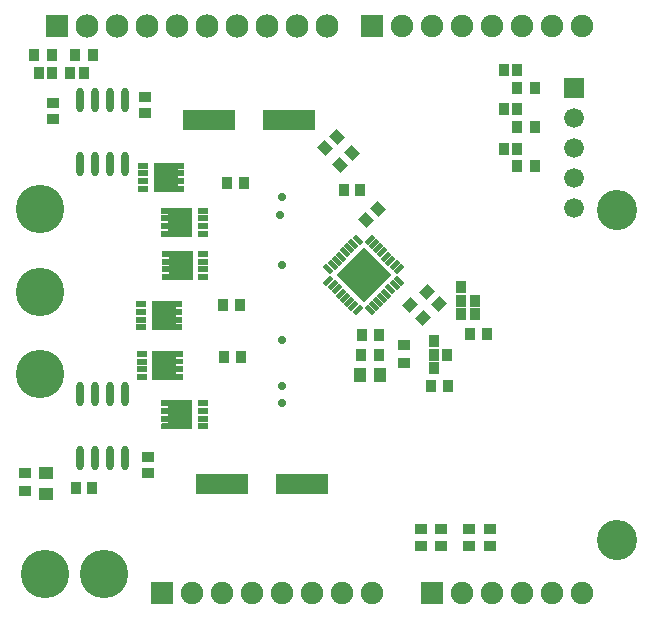
<source format=gts>
G04 Layer: TopSolderMaskLayer*
G04 EasyEDA v6.5.44, 2024-08-23 15:43:18*
G04 30d174a4fb68472d9a5c4a5b8d6f4b16,2865ae9118a24060a17af6d01c9bcc73,10*
G04 Gerber Generator version 0.2*
G04 Scale: 100 percent, Rotated: No, Reflected: No *
G04 Dimensions in millimeters *
G04 leading zeros omitted , absolute positions ,4 integer and 5 decimal *
%FSLAX45Y45*%
%MOMM*%

%AMMACRO1*4,1,8,-0.4243,-0.4828,-0.454,-0.453,-0.454,0.4531,-0.4243,0.4828,0.4243,0.4828,0.454,0.4531,0.454,-0.453,0.4243,-0.4828,-0.4243,-0.4828,0*%
%AMMACRO2*4,1,8,-0.0414,-0.6414,-0.6414,-0.0414,-0.6414,0.0007,-0.0007,0.6414,0.0414,0.6414,0.6414,0.0414,0.6414,-0.0007,0.0007,-0.6414,-0.0414,-0.6414,0*%
%AMMACRO3*4,1,8,-0.4531,-0.454,-0.4828,-0.4243,-0.4828,0.4243,-0.4531,0.454,0.453,0.454,0.4828,0.4243,0.4828,-0.4243,0.453,-0.454,-0.4531,-0.454,0*%
%AMMACRO4*4,1,8,-0.4531,-0.4541,-0.4828,-0.4243,-0.4828,0.4243,-0.4531,0.4541,0.453,0.4541,0.4828,0.4243,0.4828,-0.4243,0.453,-0.4541,-0.4531,-0.4541,0*%
%AMMACRO5*4,1,8,0.0143,-0.6518,-0.6518,0.0143,-0.6518,0.0564,-0.0564,0.6518,-0.0143,0.6518,0.6518,-0.0143,0.6518,-0.0564,0.0564,-0.6518,0.0143,-0.6518,0*%
%AMMACRO6*4,1,8,-2.1711,-0.8508,-2.2008,-0.821,-2.2008,0.8211,-2.1711,0.8508,2.171,0.8508,2.2008,0.8211,2.2008,-0.821,2.171,-0.8508,-2.1711,-0.8508,0*%
%AMMACRO7*4,1,8,-0.3711,-0.2258,-0.4008,-0.196,-0.4008,0.1961,-0.3711,0.2258,0.371,0.2258,0.4008,0.1961,0.4008,-0.196,0.371,-0.2258,-0.3711,-0.2258,0*%
%AMMACRO8*4,1,8,-0.4211,-0.5008,-0.4508,-0.471,-0.4508,0.4711,-0.4211,0.5008,0.421,0.5008,0.4508,0.4711,0.4508,-0.471,0.421,-0.5008,-0.4211,-0.5008,0*%
%AMMACRO9*4,1,8,-0.0564,-0.6518,-0.6518,-0.0564,-0.6518,-0.0143,0.0143,0.6518,0.0564,0.6518,0.6518,0.0564,0.6518,0.0143,-0.0143,-0.6518,-0.0564,-0.6518,0*%
%AMMACRO10*4,1,8,-0.471,-0.5508,-0.5008,-0.521,-0.5008,0.5211,-0.471,0.5508,0.471,0.5508,0.5008,0.5211,0.5008,-0.521,0.471,-0.5508,-0.471,-0.5508,0*%
%AMMACRO11*4,1,8,-0.021,-2.3138,-2.3138,-0.021,-2.3138,0.021,-0.021,2.3138,0.021,2.3138,2.3138,0.021,2.3138,-0.021,0.021,-2.3138,-0.021,-2.3138,0*%
%AMMACRO12*4,1,8,0.1469,-0.4217,-0.4217,0.1469,-0.4217,0.189,-0.189,0.4217,-0.1469,0.4217,0.4217,-0.1469,0.4217,-0.189,0.189,-0.4217,0.1469,-0.4217,0*%
%AMMACRO13*4,1,8,-0.189,-0.4217,-0.4217,-0.189,-0.4217,-0.1469,0.1469,0.4217,0.189,0.4217,0.4217,0.189,0.4217,0.1469,-0.1469,-0.4217,-0.189,-0.4217,0*%
%AMMACRO14*4,1,8,-0.4711,-0.4508,-0.5008,-0.421,-0.5008,0.4211,-0.4711,0.4508,0.471,0.4508,0.5008,0.4211,0.5008,-0.421,0.471,-0.4508,-0.4711,-0.4508,0*%
%AMMACRO15*4,1,8,-0.5211,-0.5008,-0.5508,-0.471,-0.5508,0.471,-0.5211,0.5008,0.521,0.5008,0.5508,0.471,0.5508,-0.471,0.521,-0.5008,-0.5211,-0.5008,0*%
%AMMACRO16*4,1,8,-0.9211,-0.9508,-0.9508,-0.921,-0.9508,0.9211,-0.9211,0.9508,0.921,0.9508,0.9508,0.9211,0.9508,-0.921,0.921,-0.9508,-0.9211,-0.9508,0*%
%AMMACRO17*4,1,8,-0.8085,-0.8382,-0.8382,-0.8084,-0.8382,0.8085,-0.8085,0.8382,0.8084,0.8382,0.8382,0.8085,0.8382,-0.8084,0.8084,-0.8382,-0.8085,-0.8382,0*%
%ADD10MACRO1*%
%ADD11MACRO2*%
%ADD12MACRO3*%
%ADD13MACRO4*%
%ADD14MACRO5*%
%ADD15MACRO6*%
%ADD16MACRO7*%
%ADD17MACRO8*%
%ADD18C,4.1016*%
%ADD19MACRO9*%
%ADD20MACRO10*%
%ADD21MACRO11*%
%ADD22MACRO12*%
%ADD23MACRO13*%
%ADD24O,0.6700012X2.051812*%
%ADD25MACRO14*%
%ADD26MACRO15*%
%ADD27C,0.6100*%
%ADD28MACRO16*%
%ADD29C,1.9016*%
%ADD30C,1.9620*%
%ADD31C,1.6764*%
%ADD32MACRO17*%
%ADD33C,3.4032*%
%ADD34C,0.7016*%
%ADD35C,0.0127*%

%LPD*%
D10*
G01*
X-2568832Y1222105D03*
G01*
X-2454532Y1222105D03*
G01*
X-2187855Y1222105D03*
G01*
X-2302155Y1222105D03*
G01*
X1368167Y1247505D03*
G01*
X1368167Y917305D03*
G01*
X1368167Y574405D03*
G01*
X1482467Y1247505D03*
G01*
X1482467Y917305D03*
G01*
X1482467Y574405D03*
G01*
X1009539Y-825621D03*
G01*
X1123829Y-825606D03*
G01*
X1123829Y-711306D03*
G01*
X1009529Y-711306D03*
G01*
X1009529Y-597006D03*
G01*
X774680Y-1168379D03*
G01*
X888996Y-1168389D03*
G01*
X774696Y-1054089D03*
G01*
X774696Y-1276339D03*
D11*
G01*
X575386Y-746836D03*
G01*
X681911Y-853361D03*
D12*
G01*
X669655Y-2639569D03*
G01*
X669655Y-2790219D03*
G01*
X834755Y-2790219D03*
G01*
X834755Y-2639569D03*
G01*
X1253855Y-2790219D03*
G01*
X1253855Y-2639569D03*
G01*
X1076055Y-2790219D03*
G01*
X1076055Y-2639569D03*
D10*
G01*
X316736Y-1003188D03*
G01*
X166086Y-1003188D03*
G01*
X310386Y-1168288D03*
G01*
X159736Y-1168288D03*
G01*
X1231024Y-990600D03*
G01*
X1080375Y-990600D03*
G01*
X750276Y-1428623D03*
G01*
X900926Y-1428623D03*
D13*
G01*
X520700Y-1237373D03*
G01*
X520700Y-1086726D03*
D14*
G01*
X-144748Y579154D03*
G01*
X-45754Y678148D03*
D15*
G01*
X-342150Y-2260600D03*
G01*
X-1016749Y-2260600D03*
G01*
X-450100Y819150D03*
G01*
X-1124699Y819150D03*
G36*
X-1525935Y-167068D02*
G01*
X-1526433Y-167043D01*
X-1526926Y-166971D01*
X-1527411Y-166850D01*
X-1527878Y-166682D01*
X-1528330Y-166469D01*
X-1528757Y-166212D01*
X-1529158Y-165915D01*
X-1529527Y-165580D01*
X-1529862Y-165211D01*
X-1530159Y-164810D01*
X-1530416Y-164383D01*
X-1530629Y-163931D01*
X-1530797Y-163464D01*
X-1530918Y-162979D01*
X-1530990Y-162486D01*
X-1531015Y-161988D01*
X-1531015Y-121909D01*
X-1530990Y-121412D01*
X-1530918Y-120919D01*
X-1530797Y-120434D01*
X-1530629Y-119966D01*
X-1530416Y-119514D01*
X-1530159Y-119087D01*
X-1529862Y-118686D01*
X-1529527Y-118318D01*
X-1529158Y-117982D01*
X-1528757Y-117685D01*
X-1528330Y-117429D01*
X-1527878Y-117215D01*
X-1527411Y-117048D01*
X-1526926Y-116926D01*
X-1526433Y-116855D01*
X-1525935Y-116829D01*
X-1473987Y-116829D01*
X-1473987Y-102097D01*
X-1525935Y-102097D01*
X-1526433Y-102072D01*
X-1526926Y-102001D01*
X-1527411Y-101879D01*
X-1527878Y-101711D01*
X-1528330Y-101498D01*
X-1528757Y-101241D01*
X-1529158Y-100944D01*
X-1529527Y-100609D01*
X-1529862Y-100241D01*
X-1530159Y-99839D01*
X-1530416Y-99413D01*
X-1530629Y-98960D01*
X-1530797Y-98493D01*
X-1530918Y-98008D01*
X-1530990Y-97515D01*
X-1531015Y-97017D01*
X-1531015Y-56885D01*
X-1530990Y-56388D01*
X-1530918Y-55895D01*
X-1530797Y-55410D01*
X-1530629Y-54942D01*
X-1530416Y-54490D01*
X-1530159Y-54063D01*
X-1529862Y-53662D01*
X-1529527Y-53294D01*
X-1529158Y-52959D01*
X-1528757Y-52661D01*
X-1528330Y-52405D01*
X-1527878Y-52191D01*
X-1527411Y-52024D01*
X-1526926Y-51902D01*
X-1526433Y-51831D01*
X-1525935Y-51805D01*
X-1473987Y-51805D01*
X-1473987Y-36956D01*
X-1525935Y-36956D01*
X-1526433Y-36931D01*
X-1526926Y-36860D01*
X-1527411Y-36738D01*
X-1527878Y-36570D01*
X-1528330Y-36357D01*
X-1528757Y-36101D01*
X-1529158Y-35803D01*
X-1529527Y-35468D01*
X-1529862Y-35100D01*
X-1530159Y-34698D01*
X-1530416Y-34272D01*
X-1530629Y-33820D01*
X-1530797Y-33352D01*
X-1530918Y-32867D01*
X-1530990Y-32374D01*
X-1531015Y-31877D01*
X-1531015Y8138D01*
X-1530990Y8636D01*
X-1530918Y9128D01*
X-1530797Y9613D01*
X-1530629Y10081D01*
X-1530416Y10533D01*
X-1530159Y10960D01*
X-1529862Y11361D01*
X-1529527Y11729D01*
X-1529158Y12064D01*
X-1528757Y12362D01*
X-1528330Y12618D01*
X-1527878Y12832D01*
X-1527411Y12999D01*
X-1526926Y13121D01*
X-1526433Y13192D01*
X-1525935Y13218D01*
X-1473987Y13218D01*
X-1473987Y27950D01*
X-1525935Y27950D01*
X-1526433Y27975D01*
X-1526926Y28046D01*
X-1527411Y28168D01*
X-1527878Y28336D01*
X-1528330Y28549D01*
X-1528757Y28806D01*
X-1529158Y29103D01*
X-1529527Y29438D01*
X-1529862Y29806D01*
X-1530159Y30208D01*
X-1530416Y30634D01*
X-1530629Y31087D01*
X-1530797Y31554D01*
X-1530918Y32039D01*
X-1530990Y32532D01*
X-1531015Y33030D01*
X-1531015Y73210D01*
X-1530990Y73708D01*
X-1530918Y74201D01*
X-1530797Y74686D01*
X-1530629Y75153D01*
X-1530416Y75605D01*
X-1530159Y76032D01*
X-1529862Y76433D01*
X-1529527Y76801D01*
X-1529158Y77137D01*
X-1528757Y77434D01*
X-1528330Y77690D01*
X-1527878Y77904D01*
X-1527411Y78071D01*
X-1526926Y78193D01*
X-1526433Y78265D01*
X-1525935Y78290D01*
X-1276121Y78290D01*
X-1275623Y78265D01*
X-1275130Y78193D01*
X-1274645Y78071D01*
X-1274178Y77904D01*
X-1273726Y77690D01*
X-1273299Y77434D01*
X-1272898Y77137D01*
X-1272529Y76801D01*
X-1272194Y76433D01*
X-1271897Y76032D01*
X-1271640Y75605D01*
X-1271427Y75153D01*
X-1271259Y74686D01*
X-1271137Y74201D01*
X-1271066Y73708D01*
X-1271041Y73210D01*
X-1271041Y-161988D01*
X-1271066Y-162486D01*
X-1271137Y-162979D01*
X-1271259Y-163464D01*
X-1271427Y-163931D01*
X-1271640Y-164383D01*
X-1271897Y-164810D01*
X-1272194Y-165211D01*
X-1272529Y-165580D01*
X-1272898Y-165915D01*
X-1273299Y-166212D01*
X-1273726Y-166469D01*
X-1274178Y-166682D01*
X-1274645Y-166850D01*
X-1275130Y-166971D01*
X-1275623Y-167043D01*
X-1276121Y-167068D01*
G37*
D16*
G01*
X-1180939Y-141886D03*
G01*
X-1180939Y-76888D03*
G01*
X-1180939Y-11889D03*
G01*
X-1180939Y53108D03*
G36*
X-1589237Y213931D02*
G01*
X-1589735Y213956D01*
X-1590227Y214028D01*
X-1590713Y214149D01*
X-1591180Y214317D01*
X-1591632Y214530D01*
X-1592059Y214787D01*
X-1592460Y215084D01*
X-1592828Y215419D01*
X-1593164Y215788D01*
X-1593461Y216189D01*
X-1593717Y216616D01*
X-1593931Y217068D01*
X-1594098Y217535D01*
X-1594220Y218020D01*
X-1594291Y218513D01*
X-1594317Y219011D01*
X-1594317Y454210D01*
X-1594291Y454708D01*
X-1594220Y455201D01*
X-1594098Y455686D01*
X-1593931Y456153D01*
X-1593717Y456605D01*
X-1593461Y457032D01*
X-1593164Y457433D01*
X-1592828Y457801D01*
X-1592460Y458137D01*
X-1592059Y458434D01*
X-1591632Y458690D01*
X-1591180Y458904D01*
X-1590713Y459071D01*
X-1590227Y459193D01*
X-1589735Y459265D01*
X-1589237Y459290D01*
X-1339423Y459290D01*
X-1338925Y459265D01*
X-1338432Y459193D01*
X-1337947Y459071D01*
X-1337480Y458904D01*
X-1337028Y458690D01*
X-1336601Y458434D01*
X-1336200Y458137D01*
X-1335831Y457801D01*
X-1335496Y457433D01*
X-1335199Y457032D01*
X-1334942Y456605D01*
X-1334729Y456153D01*
X-1334561Y455686D01*
X-1334439Y455201D01*
X-1334368Y454708D01*
X-1334343Y454210D01*
X-1334343Y414131D01*
X-1334368Y413633D01*
X-1334439Y413141D01*
X-1334561Y412656D01*
X-1334729Y412188D01*
X-1334942Y411736D01*
X-1335199Y411309D01*
X-1335496Y410908D01*
X-1335831Y410540D01*
X-1336200Y410204D01*
X-1336601Y409907D01*
X-1337028Y409651D01*
X-1337480Y409437D01*
X-1337947Y409270D01*
X-1338432Y409148D01*
X-1338925Y409077D01*
X-1339423Y409051D01*
X-1391371Y409051D01*
X-1391371Y394319D01*
X-1339423Y394319D01*
X-1338925Y394294D01*
X-1338432Y394223D01*
X-1337947Y394101D01*
X-1337480Y393933D01*
X-1337028Y393720D01*
X-1336601Y393463D01*
X-1336200Y393166D01*
X-1335831Y392831D01*
X-1335496Y392463D01*
X-1335199Y392061D01*
X-1334942Y391634D01*
X-1334729Y391182D01*
X-1334561Y390715D01*
X-1334439Y390230D01*
X-1334368Y389737D01*
X-1334343Y389239D01*
X-1334343Y349107D01*
X-1334368Y348609D01*
X-1334439Y348117D01*
X-1334561Y347632D01*
X-1334729Y347164D01*
X-1334942Y346712D01*
X-1335199Y346285D01*
X-1335496Y345884D01*
X-1335831Y345516D01*
X-1336200Y345180D01*
X-1336601Y344883D01*
X-1337028Y344627D01*
X-1337480Y344413D01*
X-1337947Y344246D01*
X-1338432Y344124D01*
X-1338925Y344053D01*
X-1339423Y344027D01*
X-1391371Y344027D01*
X-1391371Y329178D01*
X-1339423Y329178D01*
X-1338925Y329153D01*
X-1338432Y329082D01*
X-1337947Y328960D01*
X-1337480Y328792D01*
X-1337028Y328579D01*
X-1336601Y328322D01*
X-1336200Y328025D01*
X-1335831Y327690D01*
X-1335496Y327322D01*
X-1335199Y326920D01*
X-1334942Y326494D01*
X-1334729Y326042D01*
X-1334561Y325574D01*
X-1334439Y325089D01*
X-1334368Y324596D01*
X-1334343Y324098D01*
X-1334343Y284083D01*
X-1334368Y283585D01*
X-1334439Y283093D01*
X-1334561Y282608D01*
X-1334729Y282140D01*
X-1334942Y281688D01*
X-1335199Y281261D01*
X-1335496Y280860D01*
X-1335831Y280492D01*
X-1336200Y280156D01*
X-1336601Y279859D01*
X-1337028Y279603D01*
X-1337480Y279389D01*
X-1337947Y279222D01*
X-1338432Y279100D01*
X-1338925Y279029D01*
X-1339423Y279003D01*
X-1391371Y279003D01*
X-1391371Y264271D01*
X-1339423Y264271D01*
X-1338925Y264246D01*
X-1338432Y264175D01*
X-1337947Y264053D01*
X-1337480Y263885D01*
X-1337028Y263672D01*
X-1336601Y263415D01*
X-1336200Y263118D01*
X-1335831Y262783D01*
X-1335496Y262415D01*
X-1335199Y262013D01*
X-1334942Y261586D01*
X-1334729Y261134D01*
X-1334561Y260667D01*
X-1334439Y260182D01*
X-1334368Y259689D01*
X-1334343Y259191D01*
X-1334343Y219011D01*
X-1334368Y218513D01*
X-1334439Y218020D01*
X-1334561Y217535D01*
X-1334729Y217068D01*
X-1334942Y216616D01*
X-1335199Y216189D01*
X-1335496Y215788D01*
X-1335831Y215419D01*
X-1336200Y215084D01*
X-1336601Y214787D01*
X-1337028Y214530D01*
X-1337480Y214317D01*
X-1337947Y214149D01*
X-1338432Y214028D01*
X-1338925Y213956D01*
X-1339423Y213931D01*
G37*
G01*
X-1684418Y434108D03*
G01*
X-1684418Y369110D03*
G01*
X-1684418Y304111D03*
G01*
X-1684418Y239113D03*
G36*
X-1606897Y-960879D02*
G01*
X-1607395Y-960854D01*
X-1607888Y-960782D01*
X-1608373Y-960661D01*
X-1608841Y-960493D01*
X-1609293Y-960280D01*
X-1609719Y-960023D01*
X-1610121Y-959726D01*
X-1610489Y-959391D01*
X-1610824Y-959022D01*
X-1611121Y-958621D01*
X-1611378Y-958194D01*
X-1611591Y-957742D01*
X-1611759Y-957275D01*
X-1611881Y-956790D01*
X-1611952Y-956297D01*
X-1611977Y-955799D01*
X-1611977Y-720600D01*
X-1611952Y-720102D01*
X-1611881Y-719609D01*
X-1611759Y-719124D01*
X-1611591Y-718657D01*
X-1611378Y-718205D01*
X-1611121Y-717778D01*
X-1610824Y-717377D01*
X-1610489Y-717008D01*
X-1610121Y-716673D01*
X-1609719Y-716376D01*
X-1609293Y-716119D01*
X-1608841Y-715906D01*
X-1608373Y-715738D01*
X-1607888Y-715617D01*
X-1607395Y-715545D01*
X-1606897Y-715520D01*
X-1357083Y-715520D01*
X-1356586Y-715545D01*
X-1356093Y-715617D01*
X-1355608Y-715738D01*
X-1355140Y-715906D01*
X-1354688Y-716119D01*
X-1354261Y-716376D01*
X-1353860Y-716673D01*
X-1353492Y-717008D01*
X-1353157Y-717377D01*
X-1352859Y-717778D01*
X-1352603Y-718205D01*
X-1352389Y-718657D01*
X-1352222Y-719124D01*
X-1352100Y-719609D01*
X-1352029Y-720102D01*
X-1352003Y-720600D01*
X-1352003Y-760679D01*
X-1352029Y-761177D01*
X-1352100Y-761669D01*
X-1352222Y-762154D01*
X-1352389Y-762622D01*
X-1352603Y-763074D01*
X-1352859Y-763501D01*
X-1353157Y-763902D01*
X-1353492Y-764270D01*
X-1353860Y-764606D01*
X-1354261Y-764903D01*
X-1354688Y-765159D01*
X-1355140Y-765373D01*
X-1355608Y-765540D01*
X-1356093Y-765662D01*
X-1356586Y-765733D01*
X-1357083Y-765759D01*
X-1409031Y-765759D01*
X-1409031Y-780491D01*
X-1357083Y-780491D01*
X-1356586Y-780516D01*
X-1356093Y-780587D01*
X-1355608Y-780709D01*
X-1355140Y-780877D01*
X-1354688Y-781090D01*
X-1354261Y-781347D01*
X-1353860Y-781644D01*
X-1353492Y-781979D01*
X-1353157Y-782347D01*
X-1352859Y-782749D01*
X-1352603Y-783175D01*
X-1352389Y-783628D01*
X-1352222Y-784095D01*
X-1352100Y-784580D01*
X-1352029Y-785073D01*
X-1352003Y-785571D01*
X-1352003Y-825703D01*
X-1352029Y-826201D01*
X-1352100Y-826693D01*
X-1352222Y-827178D01*
X-1352389Y-827646D01*
X-1352603Y-828098D01*
X-1352859Y-828525D01*
X-1353157Y-828926D01*
X-1353492Y-829294D01*
X-1353860Y-829630D01*
X-1354261Y-829927D01*
X-1354688Y-830183D01*
X-1355140Y-830397D01*
X-1355608Y-830564D01*
X-1356093Y-830686D01*
X-1356586Y-830757D01*
X-1357083Y-830783D01*
X-1409031Y-830783D01*
X-1409031Y-845632D01*
X-1357083Y-845632D01*
X-1356586Y-845657D01*
X-1356093Y-845728D01*
X-1355608Y-845850D01*
X-1355140Y-846018D01*
X-1354688Y-846231D01*
X-1354261Y-846488D01*
X-1353860Y-846785D01*
X-1353492Y-847120D01*
X-1353157Y-847488D01*
X-1352859Y-847890D01*
X-1352603Y-848316D01*
X-1352389Y-848768D01*
X-1352222Y-849236D01*
X-1352100Y-849721D01*
X-1352029Y-850214D01*
X-1352003Y-850712D01*
X-1352003Y-890727D01*
X-1352029Y-891225D01*
X-1352100Y-891717D01*
X-1352222Y-892202D01*
X-1352389Y-892670D01*
X-1352603Y-893122D01*
X-1352859Y-893549D01*
X-1353157Y-893950D01*
X-1353492Y-894318D01*
X-1353860Y-894654D01*
X-1354261Y-894951D01*
X-1354688Y-895207D01*
X-1355140Y-895421D01*
X-1355608Y-895588D01*
X-1356093Y-895710D01*
X-1356586Y-895781D01*
X-1357083Y-895807D01*
X-1409031Y-895807D01*
X-1409031Y-910539D01*
X-1357083Y-910539D01*
X-1356586Y-910564D01*
X-1356093Y-910635D01*
X-1355608Y-910757D01*
X-1355140Y-910925D01*
X-1354688Y-911138D01*
X-1354261Y-911395D01*
X-1353860Y-911692D01*
X-1353492Y-912027D01*
X-1353157Y-912395D01*
X-1352859Y-912797D01*
X-1352603Y-913223D01*
X-1352389Y-913676D01*
X-1352222Y-914143D01*
X-1352100Y-914628D01*
X-1352029Y-915121D01*
X-1352003Y-915619D01*
X-1352003Y-955799D01*
X-1352029Y-956297D01*
X-1352100Y-956790D01*
X-1352222Y-957275D01*
X-1352389Y-957742D01*
X-1352603Y-958194D01*
X-1352859Y-958621D01*
X-1353157Y-959022D01*
X-1353492Y-959391D01*
X-1353860Y-959726D01*
X-1354261Y-960023D01*
X-1354688Y-960280D01*
X-1355140Y-960493D01*
X-1355608Y-960661D01*
X-1356093Y-960782D01*
X-1356586Y-960854D01*
X-1357083Y-960879D01*
G37*
G01*
X-1702079Y-740702D03*
G01*
X-1702079Y-805700D03*
G01*
X-1702079Y-870699D03*
G01*
X-1702079Y-935697D03*
G36*
X-1519466Y-535429D02*
G01*
X-1519963Y-535404D01*
X-1520456Y-535332D01*
X-1520941Y-535211D01*
X-1521409Y-535043D01*
X-1521861Y-534830D01*
X-1522288Y-534573D01*
X-1522689Y-534276D01*
X-1523057Y-533941D01*
X-1523392Y-533572D01*
X-1523690Y-533171D01*
X-1523946Y-532744D01*
X-1524160Y-532292D01*
X-1524327Y-531825D01*
X-1524449Y-531340D01*
X-1524520Y-530847D01*
X-1524546Y-530349D01*
X-1524546Y-490270D01*
X-1524520Y-489772D01*
X-1524449Y-489280D01*
X-1524327Y-488795D01*
X-1524160Y-488327D01*
X-1523946Y-487875D01*
X-1523690Y-487448D01*
X-1523392Y-487047D01*
X-1523057Y-486679D01*
X-1522689Y-486343D01*
X-1522288Y-486046D01*
X-1521861Y-485790D01*
X-1521409Y-485576D01*
X-1520941Y-485409D01*
X-1520456Y-485287D01*
X-1519963Y-485216D01*
X-1519466Y-485190D01*
X-1467518Y-485190D01*
X-1467518Y-470458D01*
X-1519466Y-470458D01*
X-1519963Y-470433D01*
X-1520456Y-470362D01*
X-1520941Y-470240D01*
X-1521409Y-470072D01*
X-1521861Y-469859D01*
X-1522288Y-469602D01*
X-1522689Y-469305D01*
X-1523057Y-468970D01*
X-1523392Y-468602D01*
X-1523690Y-468200D01*
X-1523946Y-467774D01*
X-1524160Y-467321D01*
X-1524327Y-466854D01*
X-1524449Y-466369D01*
X-1524520Y-465876D01*
X-1524546Y-465378D01*
X-1524546Y-425246D01*
X-1524520Y-424748D01*
X-1524449Y-424256D01*
X-1524327Y-423771D01*
X-1524160Y-423303D01*
X-1523946Y-422851D01*
X-1523690Y-422424D01*
X-1523392Y-422023D01*
X-1523057Y-421655D01*
X-1522689Y-421319D01*
X-1522288Y-421022D01*
X-1521861Y-420766D01*
X-1521409Y-420552D01*
X-1520941Y-420385D01*
X-1520456Y-420263D01*
X-1519963Y-420192D01*
X-1519466Y-420166D01*
X-1467518Y-420166D01*
X-1467518Y-405317D01*
X-1519466Y-405317D01*
X-1519963Y-405292D01*
X-1520456Y-405221D01*
X-1520941Y-405099D01*
X-1521409Y-404931D01*
X-1521861Y-404718D01*
X-1522288Y-404461D01*
X-1522689Y-404164D01*
X-1523057Y-403829D01*
X-1523392Y-403461D01*
X-1523690Y-403059D01*
X-1523946Y-402633D01*
X-1524160Y-402181D01*
X-1524327Y-401713D01*
X-1524449Y-401228D01*
X-1524520Y-400735D01*
X-1524546Y-400237D01*
X-1524546Y-360222D01*
X-1524520Y-359724D01*
X-1524449Y-359232D01*
X-1524327Y-358747D01*
X-1524160Y-358279D01*
X-1523946Y-357827D01*
X-1523690Y-357400D01*
X-1523392Y-356999D01*
X-1523057Y-356631D01*
X-1522689Y-356295D01*
X-1522288Y-355998D01*
X-1521861Y-355742D01*
X-1521409Y-355528D01*
X-1520941Y-355361D01*
X-1520456Y-355239D01*
X-1519963Y-355168D01*
X-1519466Y-355142D01*
X-1467518Y-355142D01*
X-1467518Y-340410D01*
X-1519466Y-340410D01*
X-1519963Y-340385D01*
X-1520456Y-340314D01*
X-1520941Y-340192D01*
X-1521409Y-340024D01*
X-1521861Y-339811D01*
X-1522288Y-339554D01*
X-1522689Y-339257D01*
X-1523057Y-338922D01*
X-1523392Y-338554D01*
X-1523690Y-338152D01*
X-1523946Y-337726D01*
X-1524160Y-337273D01*
X-1524327Y-336806D01*
X-1524449Y-336321D01*
X-1524520Y-335828D01*
X-1524546Y-335330D01*
X-1524546Y-295150D01*
X-1524520Y-294652D01*
X-1524449Y-294159D01*
X-1524327Y-293674D01*
X-1524160Y-293207D01*
X-1523946Y-292755D01*
X-1523690Y-292328D01*
X-1523392Y-291927D01*
X-1523057Y-291558D01*
X-1522689Y-291223D01*
X-1522288Y-290926D01*
X-1521861Y-290669D01*
X-1521409Y-290456D01*
X-1520941Y-290288D01*
X-1520456Y-290167D01*
X-1519963Y-290095D01*
X-1519466Y-290070D01*
X-1269652Y-290070D01*
X-1269154Y-290095D01*
X-1268661Y-290167D01*
X-1268176Y-290288D01*
X-1267708Y-290456D01*
X-1267256Y-290669D01*
X-1266830Y-290926D01*
X-1266428Y-291223D01*
X-1266060Y-291558D01*
X-1265725Y-291927D01*
X-1265427Y-292328D01*
X-1265171Y-292755D01*
X-1264958Y-293207D01*
X-1264790Y-293674D01*
X-1264668Y-294159D01*
X-1264597Y-294652D01*
X-1264572Y-295150D01*
X-1264572Y-530349D01*
X-1264597Y-530847D01*
X-1264668Y-531340D01*
X-1264790Y-531825D01*
X-1264958Y-532292D01*
X-1265171Y-532744D01*
X-1265427Y-533171D01*
X-1265725Y-533572D01*
X-1266060Y-533941D01*
X-1266428Y-534276D01*
X-1266830Y-534573D01*
X-1267256Y-534830D01*
X-1267708Y-535043D01*
X-1268176Y-535211D01*
X-1268661Y-535332D01*
X-1269154Y-535404D01*
X-1269652Y-535429D01*
G37*
G01*
X-1174470Y-510247D03*
G01*
X-1174470Y-445249D03*
G01*
X-1174470Y-380250D03*
G01*
X-1174470Y-315252D03*
G36*
X-1600547Y-1379979D02*
G01*
X-1601045Y-1379954D01*
X-1601538Y-1379882D01*
X-1602023Y-1379761D01*
X-1602491Y-1379593D01*
X-1602943Y-1379380D01*
X-1603369Y-1379123D01*
X-1603771Y-1378826D01*
X-1604139Y-1378491D01*
X-1604474Y-1378122D01*
X-1604771Y-1377721D01*
X-1605028Y-1377294D01*
X-1605241Y-1376842D01*
X-1605409Y-1376375D01*
X-1605531Y-1375890D01*
X-1605602Y-1375397D01*
X-1605627Y-1374899D01*
X-1605627Y-1139700D01*
X-1605602Y-1139202D01*
X-1605531Y-1138709D01*
X-1605409Y-1138224D01*
X-1605241Y-1137757D01*
X-1605028Y-1137305D01*
X-1604771Y-1136878D01*
X-1604474Y-1136477D01*
X-1604139Y-1136108D01*
X-1603771Y-1135773D01*
X-1603369Y-1135476D01*
X-1602943Y-1135219D01*
X-1602491Y-1135006D01*
X-1602023Y-1134838D01*
X-1601538Y-1134717D01*
X-1601045Y-1134645D01*
X-1600547Y-1134620D01*
X-1350733Y-1134620D01*
X-1350236Y-1134645D01*
X-1349743Y-1134717D01*
X-1349258Y-1134838D01*
X-1348790Y-1135006D01*
X-1348338Y-1135219D01*
X-1347911Y-1135476D01*
X-1347510Y-1135773D01*
X-1347142Y-1136108D01*
X-1346807Y-1136477D01*
X-1346509Y-1136878D01*
X-1346253Y-1137305D01*
X-1346039Y-1137757D01*
X-1345872Y-1138224D01*
X-1345750Y-1138709D01*
X-1345679Y-1139202D01*
X-1345653Y-1139700D01*
X-1345653Y-1179779D01*
X-1345679Y-1180277D01*
X-1345750Y-1180769D01*
X-1345872Y-1181254D01*
X-1346039Y-1181722D01*
X-1346253Y-1182174D01*
X-1346509Y-1182601D01*
X-1346807Y-1183002D01*
X-1347142Y-1183370D01*
X-1347510Y-1183706D01*
X-1347911Y-1184003D01*
X-1348338Y-1184259D01*
X-1348790Y-1184473D01*
X-1349258Y-1184640D01*
X-1349743Y-1184762D01*
X-1350236Y-1184833D01*
X-1350733Y-1184859D01*
X-1402681Y-1184859D01*
X-1402681Y-1199591D01*
X-1350733Y-1199591D01*
X-1350236Y-1199616D01*
X-1349743Y-1199687D01*
X-1349258Y-1199809D01*
X-1348790Y-1199977D01*
X-1348338Y-1200190D01*
X-1347911Y-1200447D01*
X-1347510Y-1200744D01*
X-1347142Y-1201079D01*
X-1346807Y-1201447D01*
X-1346509Y-1201849D01*
X-1346253Y-1202275D01*
X-1346039Y-1202728D01*
X-1345872Y-1203195D01*
X-1345750Y-1203680D01*
X-1345679Y-1204173D01*
X-1345653Y-1204671D01*
X-1345653Y-1244803D01*
X-1345679Y-1245301D01*
X-1345750Y-1245793D01*
X-1345872Y-1246278D01*
X-1346039Y-1246746D01*
X-1346253Y-1247198D01*
X-1346509Y-1247625D01*
X-1346807Y-1248026D01*
X-1347142Y-1248394D01*
X-1347510Y-1248730D01*
X-1347911Y-1249027D01*
X-1348338Y-1249283D01*
X-1348790Y-1249497D01*
X-1349258Y-1249664D01*
X-1349743Y-1249786D01*
X-1350236Y-1249857D01*
X-1350733Y-1249883D01*
X-1402681Y-1249883D01*
X-1402681Y-1264732D01*
X-1350733Y-1264732D01*
X-1350236Y-1264757D01*
X-1349743Y-1264828D01*
X-1349258Y-1264950D01*
X-1348790Y-1265118D01*
X-1348338Y-1265331D01*
X-1347911Y-1265588D01*
X-1347510Y-1265885D01*
X-1347142Y-1266220D01*
X-1346807Y-1266588D01*
X-1346509Y-1266990D01*
X-1346253Y-1267416D01*
X-1346039Y-1267868D01*
X-1345872Y-1268336D01*
X-1345750Y-1268821D01*
X-1345679Y-1269314D01*
X-1345653Y-1269812D01*
X-1345653Y-1309827D01*
X-1345679Y-1310325D01*
X-1345750Y-1310817D01*
X-1345872Y-1311302D01*
X-1346039Y-1311770D01*
X-1346253Y-1312222D01*
X-1346509Y-1312649D01*
X-1346807Y-1313050D01*
X-1347142Y-1313418D01*
X-1347510Y-1313754D01*
X-1347911Y-1314051D01*
X-1348338Y-1314307D01*
X-1348790Y-1314521D01*
X-1349258Y-1314688D01*
X-1349743Y-1314810D01*
X-1350236Y-1314881D01*
X-1350733Y-1314907D01*
X-1402681Y-1314907D01*
X-1402681Y-1329639D01*
X-1350733Y-1329639D01*
X-1350236Y-1329664D01*
X-1349743Y-1329735D01*
X-1349258Y-1329857D01*
X-1348790Y-1330025D01*
X-1348338Y-1330238D01*
X-1347911Y-1330495D01*
X-1347510Y-1330792D01*
X-1347142Y-1331127D01*
X-1346807Y-1331495D01*
X-1346509Y-1331897D01*
X-1346253Y-1332323D01*
X-1346039Y-1332776D01*
X-1345872Y-1333243D01*
X-1345750Y-1333728D01*
X-1345679Y-1334221D01*
X-1345653Y-1334719D01*
X-1345653Y-1374899D01*
X-1345679Y-1375397D01*
X-1345750Y-1375890D01*
X-1345872Y-1376375D01*
X-1346039Y-1376842D01*
X-1346253Y-1377294D01*
X-1346509Y-1377721D01*
X-1346807Y-1378122D01*
X-1347142Y-1378491D01*
X-1347510Y-1378826D01*
X-1347911Y-1379123D01*
X-1348338Y-1379380D01*
X-1348790Y-1379593D01*
X-1349258Y-1379761D01*
X-1349743Y-1379882D01*
X-1350236Y-1379954D01*
X-1350733Y-1379979D01*
G37*
G01*
X-1695729Y-1159802D03*
G01*
X-1695729Y-1224800D03*
G01*
X-1695729Y-1289799D03*
G01*
X-1695729Y-1354797D03*
G36*
X-1525816Y-1799079D02*
G01*
X-1526313Y-1799054D01*
X-1526806Y-1798982D01*
X-1527291Y-1798861D01*
X-1527759Y-1798693D01*
X-1528211Y-1798480D01*
X-1528638Y-1798223D01*
X-1529039Y-1797926D01*
X-1529407Y-1797591D01*
X-1529742Y-1797222D01*
X-1530040Y-1796821D01*
X-1530296Y-1796394D01*
X-1530510Y-1795942D01*
X-1530677Y-1795475D01*
X-1530799Y-1794990D01*
X-1530870Y-1794497D01*
X-1530896Y-1793999D01*
X-1530896Y-1753920D01*
X-1530870Y-1753422D01*
X-1530799Y-1752930D01*
X-1530677Y-1752445D01*
X-1530510Y-1751977D01*
X-1530296Y-1751525D01*
X-1530040Y-1751098D01*
X-1529742Y-1750697D01*
X-1529407Y-1750329D01*
X-1529039Y-1749993D01*
X-1528638Y-1749696D01*
X-1528211Y-1749440D01*
X-1527759Y-1749226D01*
X-1527291Y-1749059D01*
X-1526806Y-1748937D01*
X-1526313Y-1748866D01*
X-1525816Y-1748840D01*
X-1473868Y-1748840D01*
X-1473868Y-1734108D01*
X-1525816Y-1734108D01*
X-1526313Y-1734083D01*
X-1526806Y-1734012D01*
X-1527291Y-1733890D01*
X-1527759Y-1733722D01*
X-1528211Y-1733509D01*
X-1528638Y-1733252D01*
X-1529039Y-1732955D01*
X-1529407Y-1732620D01*
X-1529742Y-1732252D01*
X-1530040Y-1731850D01*
X-1530296Y-1731424D01*
X-1530510Y-1730971D01*
X-1530677Y-1730504D01*
X-1530799Y-1730019D01*
X-1530870Y-1729526D01*
X-1530896Y-1729028D01*
X-1530896Y-1688896D01*
X-1530870Y-1688398D01*
X-1530799Y-1687906D01*
X-1530677Y-1687421D01*
X-1530510Y-1686953D01*
X-1530296Y-1686501D01*
X-1530040Y-1686074D01*
X-1529742Y-1685673D01*
X-1529407Y-1685305D01*
X-1529039Y-1684969D01*
X-1528638Y-1684672D01*
X-1528211Y-1684416D01*
X-1527759Y-1684202D01*
X-1527291Y-1684035D01*
X-1526806Y-1683913D01*
X-1526313Y-1683842D01*
X-1525816Y-1683816D01*
X-1473868Y-1683816D01*
X-1473868Y-1668967D01*
X-1525816Y-1668967D01*
X-1526313Y-1668942D01*
X-1526806Y-1668871D01*
X-1527291Y-1668749D01*
X-1527759Y-1668581D01*
X-1528211Y-1668368D01*
X-1528638Y-1668111D01*
X-1529039Y-1667814D01*
X-1529407Y-1667479D01*
X-1529742Y-1667111D01*
X-1530040Y-1666709D01*
X-1530296Y-1666283D01*
X-1530510Y-1665831D01*
X-1530677Y-1665363D01*
X-1530799Y-1664878D01*
X-1530870Y-1664385D01*
X-1530896Y-1663887D01*
X-1530896Y-1623872D01*
X-1530870Y-1623374D01*
X-1530799Y-1622882D01*
X-1530677Y-1622397D01*
X-1530510Y-1621929D01*
X-1530296Y-1621477D01*
X-1530040Y-1621050D01*
X-1529742Y-1620649D01*
X-1529407Y-1620281D01*
X-1529039Y-1619945D01*
X-1528638Y-1619648D01*
X-1528211Y-1619392D01*
X-1527759Y-1619178D01*
X-1527291Y-1619011D01*
X-1526806Y-1618889D01*
X-1526313Y-1618818D01*
X-1525816Y-1618792D01*
X-1473868Y-1618792D01*
X-1473868Y-1604060D01*
X-1525816Y-1604060D01*
X-1526313Y-1604035D01*
X-1526806Y-1603964D01*
X-1527291Y-1603842D01*
X-1527759Y-1603674D01*
X-1528211Y-1603461D01*
X-1528638Y-1603204D01*
X-1529039Y-1602907D01*
X-1529407Y-1602572D01*
X-1529742Y-1602204D01*
X-1530040Y-1601802D01*
X-1530296Y-1601376D01*
X-1530510Y-1600923D01*
X-1530677Y-1600456D01*
X-1530799Y-1599971D01*
X-1530870Y-1599478D01*
X-1530896Y-1598980D01*
X-1530896Y-1558800D01*
X-1530870Y-1558302D01*
X-1530799Y-1557809D01*
X-1530677Y-1557324D01*
X-1530510Y-1556857D01*
X-1530296Y-1556405D01*
X-1530040Y-1555978D01*
X-1529742Y-1555577D01*
X-1529407Y-1555208D01*
X-1529039Y-1554873D01*
X-1528638Y-1554576D01*
X-1528211Y-1554319D01*
X-1527759Y-1554106D01*
X-1527291Y-1553938D01*
X-1526806Y-1553817D01*
X-1526313Y-1553745D01*
X-1525816Y-1553720D01*
X-1276002Y-1553720D01*
X-1275504Y-1553745D01*
X-1275011Y-1553817D01*
X-1274526Y-1553938D01*
X-1274058Y-1554106D01*
X-1273606Y-1554319D01*
X-1273180Y-1554576D01*
X-1272778Y-1554873D01*
X-1272410Y-1555208D01*
X-1272075Y-1555577D01*
X-1271777Y-1555978D01*
X-1271521Y-1556405D01*
X-1271308Y-1556857D01*
X-1271140Y-1557324D01*
X-1271018Y-1557809D01*
X-1270947Y-1558302D01*
X-1270922Y-1558800D01*
X-1270922Y-1793999D01*
X-1270947Y-1794497D01*
X-1271018Y-1794990D01*
X-1271140Y-1795475D01*
X-1271308Y-1795942D01*
X-1271521Y-1796394D01*
X-1271777Y-1796821D01*
X-1272075Y-1797222D01*
X-1272410Y-1797591D01*
X-1272778Y-1797926D01*
X-1273180Y-1798223D01*
X-1273606Y-1798480D01*
X-1274058Y-1798693D01*
X-1274526Y-1798861D01*
X-1275011Y-1798982D01*
X-1275504Y-1799054D01*
X-1276002Y-1799079D01*
G37*
G01*
X-1180820Y-1773897D03*
G01*
X-1180820Y-1708899D03*
G01*
X-1180820Y-1643900D03*
G01*
X-1180820Y-1578902D03*
D14*
G01*
X204501Y-30445D03*
G01*
X303495Y68548D03*
G01*
X-17748Y439454D03*
G01*
X81245Y538448D03*
D17*
G01*
X-831700Y285750D03*
G01*
X-971699Y285750D03*
G01*
X-1003449Y-749300D03*
G01*
X-863450Y-749300D03*
G01*
X-857100Y-1187450D03*
G01*
X-997099Y-1187450D03*
D18*
G01*
X-2018045Y-3022234D03*
G01*
X-2518044Y-3022234D03*
D19*
G01*
X718851Y-636301D03*
G01*
X817845Y-735295D03*
D17*
G01*
X155455Y231505D03*
G01*
X15455Y231505D03*
D20*
G01*
X149959Y-1339850D03*
G01*
X319958Y-1339850D03*
D21*
G01*
X182764Y-492392D03*
D22*
G01*
X132293Y-194430D03*
G01*
X96937Y-229786D03*
G01*
X61581Y-265141D03*
G01*
X26225Y-300495D03*
G01*
X-9130Y-335855D03*
G01*
X-44485Y-371209D03*
G01*
X-79841Y-406565D03*
G01*
X-115196Y-441920D03*
D23*
G01*
X-115197Y-542864D03*
G01*
X-79842Y-578219D03*
G01*
X-44486Y-613576D03*
G01*
X-9132Y-648931D03*
G01*
X26226Y-684287D03*
G01*
X61581Y-719642D03*
G01*
X96936Y-754998D03*
G01*
X132292Y-790354D03*
D22*
G01*
X233235Y-790355D03*
G01*
X268591Y-754999D03*
G01*
X303947Y-719644D03*
G01*
X339303Y-684289D03*
G01*
X374658Y-648930D03*
G01*
X410014Y-613576D03*
G01*
X445369Y-578220D03*
G01*
X480725Y-542865D03*
D23*
G01*
X480726Y-441921D03*
G01*
X445371Y-406566D03*
G01*
X410015Y-371209D03*
G01*
X374661Y-335854D03*
G01*
X339302Y-300498D03*
G01*
X303947Y-265142D03*
G01*
X268592Y-229787D03*
G01*
X233236Y-194431D03*
D10*
G01*
X1633980Y1095105D03*
G01*
X1483330Y1095105D03*
G01*
X1633980Y764905D03*
G01*
X1483330Y764905D03*
G01*
X1633980Y434705D03*
G01*
X1483330Y434705D03*
D24*
G01*
X-2222489Y447050D03*
G01*
X-2095489Y447050D03*
G01*
X-1968489Y447050D03*
G01*
X-1841489Y447050D03*
G01*
X-2222489Y988070D03*
G01*
X-2095489Y988070D03*
G01*
X-1968489Y988070D03*
G01*
X-1841489Y988070D03*
G01*
X-1835139Y-1501129D03*
G01*
X-1962139Y-1501129D03*
G01*
X-2089139Y-1501129D03*
G01*
X-2216139Y-1501129D03*
G01*
X-1835139Y-2042149D03*
G01*
X-1962139Y-2042149D03*
G01*
X-2089139Y-2042149D03*
G01*
X-2216139Y-2042149D03*
D25*
G01*
X-2451100Y965349D03*
G01*
X-2451100Y825350D03*
G01*
X-1644650Y-2171849D03*
G01*
X-1644650Y-2031850D03*
G01*
X-1670050Y1016149D03*
G01*
X-1670050Y876150D03*
D17*
G01*
X-2114400Y-2292350D03*
G01*
X-2254399Y-2292350D03*
D26*
G01*
X-2505344Y-2342685D03*
G01*
X-2505344Y-2172685D03*
D18*
G01*
X-2558938Y-1332804D03*
D27*
G01*
X-2558938Y-1174003D03*
G01*
X-2558938Y-1491604D03*
G01*
X-2400137Y-1332804D03*
G01*
X-2717739Y-1332804D03*
G01*
X-2446644Y-1220510D03*
G01*
X-2671231Y-1220510D03*
G01*
X-2671231Y-1445097D03*
G01*
X-2446644Y-1445097D03*
D18*
G01*
X-2558938Y-632805D03*
D27*
G01*
X-2558938Y-474004D03*
G01*
X-2558938Y-791606D03*
G01*
X-2400137Y-632805D03*
G01*
X-2717739Y-632805D03*
G01*
X-2446644Y-520512D03*
G01*
X-2671231Y-520512D03*
G01*
X-2671231Y-745098D03*
G01*
X-2446644Y-745098D03*
D18*
G01*
X-2558938Y67193D03*
D27*
G01*
X-2558938Y225993D03*
G01*
X-2558938Y-91607D03*
G01*
X-2400137Y67193D03*
G01*
X-2717739Y67193D03*
G01*
X-2446644Y179486D03*
G01*
X-2671231Y179486D03*
G01*
X-2671231Y-45100D03*
G01*
X-2446644Y-45100D03*
D10*
G01*
X-2455419Y1374505D03*
G01*
X-2606069Y1374505D03*
G01*
X-2112519Y1374505D03*
G01*
X-2263169Y1374505D03*
D12*
G01*
X-2683144Y-2320319D03*
G01*
X-2683144Y-2169669D03*
D28*
G01*
X250543Y1615795D03*
D29*
G01*
X504555Y1615805D03*
G01*
X758555Y1615805D03*
G01*
X1012555Y1615805D03*
G01*
X1266555Y1615805D03*
G01*
X1520555Y1615805D03*
G01*
X1774555Y1615805D03*
G01*
X2028555Y1615805D03*
D30*
G01*
X-130444Y1615805D03*
G01*
X-384444Y1615805D03*
G01*
X-638444Y1615805D03*
G01*
X-892444Y1615805D03*
G01*
X-1146444Y1615805D03*
G01*
X-1400444Y1615805D03*
G01*
X-1654444Y1615805D03*
G01*
X-1908444Y1615805D03*
G01*
X-2162444Y1615805D03*
D28*
G01*
X-2416444Y1615805D03*
D29*
G01*
X2028555Y-3184794D03*
G01*
X1774555Y-3184794D03*
G01*
X1520555Y-3184794D03*
G01*
X1266555Y-3184794D03*
G01*
X1012555Y-3184794D03*
D28*
G01*
X758555Y-3184794D03*
G01*
X-1527456Y-3184804D03*
D29*
G01*
X-1273444Y-3184794D03*
G01*
X-1019444Y-3184794D03*
G01*
X-765444Y-3184794D03*
G01*
X-511444Y-3184794D03*
G01*
X-257444Y-3184794D03*
G01*
X-3444Y-3184794D03*
G01*
X250555Y-3184794D03*
D31*
G01*
X1965055Y79105D03*
G01*
X1965055Y333105D03*
G01*
X1965055Y587105D03*
G01*
X1965055Y841105D03*
D32*
G01*
X1965055Y1095105D03*
D33*
G01*
X2330155Y-2738795D03*
G01*
X2330155Y61198D03*
D34*
G01*
X-507989Y171460D03*
G01*
X-526938Y12811D03*
G01*
X-505856Y-408320D03*
G01*
X-506872Y-1041288D03*
G01*
X-506872Y-1434988D03*
G01*
X-509412Y-1579006D03*
M02*

</source>
